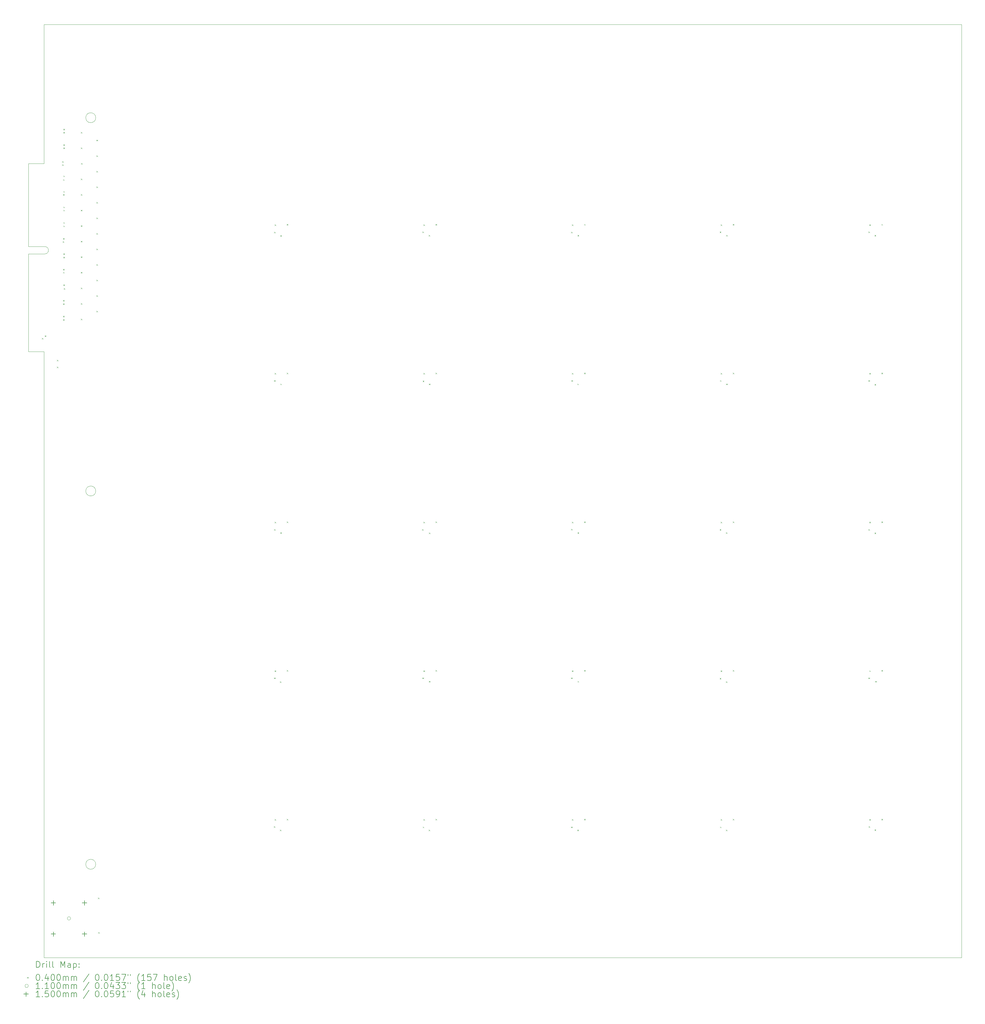
<source format=gbr>
%TF.GenerationSoftware,KiCad,Pcbnew,8.0.2-1*%
%TF.CreationDate,2024-06-03T17:46:54-04:00*%
%TF.ProjectId,Untitled,556e7469-746c-4656-942e-6b696361645f,rev?*%
%TF.SameCoordinates,Original*%
%TF.FileFunction,Drillmap*%
%TF.FilePolarity,Positive*%
%FSLAX45Y45*%
G04 Gerber Fmt 4.5, Leading zero omitted, Abs format (unit mm)*
G04 Created by KiCad (PCBNEW 8.0.2-1) date 2024-06-03 17:46:54*
%MOMM*%
%LPD*%
G01*
G04 APERTURE LIST*
%ADD10C,0.100000*%
%ADD11C,0.120000*%
%ADD12C,0.200000*%
%ADD13C,0.110000*%
%ADD14C,0.150000*%
G04 APERTURE END LIST*
D10*
X7160000Y-30000000D02*
G75*
G02*
X6840000Y-30000000I-160000J0D01*
G01*
X6840000Y-30000000D02*
G75*
G02*
X7160000Y-30000000I160000J0D01*
G01*
X5500000Y-3000000D02*
X5500000Y-7477500D01*
X7160000Y-18000000D02*
G75*
G02*
X6840000Y-18000000I-160000J0D01*
G01*
X6840000Y-18000000D02*
G75*
G02*
X7160000Y-18000000I160000J0D01*
G01*
X35000000Y-3000000D02*
X35000000Y-33000000D01*
X35000000Y-3000000D02*
X5500000Y-3000000D01*
X35000000Y-33000000D02*
X5500000Y-33000000D01*
X7160000Y-6000000D02*
G75*
G02*
X6840000Y-6000000I-160000J0D01*
G01*
X6840000Y-6000000D02*
G75*
G02*
X7160000Y-6000000I160000J0D01*
G01*
X5500000Y-13522500D02*
X5500000Y-33000000D01*
D11*
X5000000Y-7477500D02*
X5000000Y-10140500D01*
X5000000Y-10140500D02*
X5520000Y-10140500D01*
X5000000Y-10380500D02*
X5000000Y-13522500D01*
X5000000Y-13522500D02*
X5500000Y-13522500D01*
X5500000Y-7477500D02*
X5000000Y-7477500D01*
X5520000Y-10380500D02*
X5000000Y-10380500D01*
X5520000Y-10140500D02*
G75*
G02*
X5520000Y-10380500I0J-120000D01*
G01*
D12*
D10*
X5430000Y-13080000D02*
X5470000Y-13120000D01*
X5470000Y-13080000D02*
X5430000Y-13120000D01*
X5520000Y-13000000D02*
X5560000Y-13040000D01*
X5560000Y-13000000D02*
X5520000Y-13040000D01*
X5910000Y-13780000D02*
X5950000Y-13820000D01*
X5950000Y-13780000D02*
X5910000Y-13820000D01*
X5910000Y-14000000D02*
X5950000Y-14040000D01*
X5950000Y-14000000D02*
X5910000Y-14040000D01*
X6080000Y-7400000D02*
X6120000Y-7440000D01*
X6120000Y-7400000D02*
X6080000Y-7440000D01*
X6080000Y-7500000D02*
X6120000Y-7540000D01*
X6120000Y-7500000D02*
X6080000Y-7540000D01*
X6100000Y-9970000D02*
X6140000Y-10010000D01*
X6140000Y-9970000D02*
X6100000Y-10010000D01*
X6110000Y-7980000D02*
X6150000Y-8020000D01*
X6150000Y-7980000D02*
X6110000Y-8020000D01*
X6110000Y-8460000D02*
X6150000Y-8500000D01*
X6150000Y-8460000D02*
X6110000Y-8500000D01*
X6110000Y-9870000D02*
X6150000Y-9910000D01*
X6150000Y-9870000D02*
X6110000Y-9910000D01*
X6110000Y-10860000D02*
X6150000Y-10900000D01*
X6150000Y-10860000D02*
X6110000Y-10900000D01*
X6110000Y-10960000D02*
X6150000Y-11000000D01*
X6150000Y-10960000D02*
X6110000Y-11000000D01*
X6110000Y-11860000D02*
X6150000Y-11900000D01*
X6150000Y-11860000D02*
X6110000Y-11900000D01*
X6110000Y-11970000D02*
X6150000Y-12010000D01*
X6150000Y-11970000D02*
X6110000Y-12010000D01*
X6110000Y-12370000D02*
X6150000Y-12410000D01*
X6150000Y-12370000D02*
X6110000Y-12410000D01*
X6110000Y-12480000D02*
X6150000Y-12520000D01*
X6150000Y-12480000D02*
X6110000Y-12520000D01*
X6120000Y-6360000D02*
X6160000Y-6400000D01*
X6160000Y-6360000D02*
X6120000Y-6400000D01*
X6120000Y-6460000D02*
X6160000Y-6500000D01*
X6160000Y-6460000D02*
X6120000Y-6500000D01*
X6120000Y-6860000D02*
X6160000Y-6900000D01*
X6160000Y-6860000D02*
X6120000Y-6900000D01*
X6120000Y-6960000D02*
X6160000Y-7000000D01*
X6160000Y-6960000D02*
X6120000Y-7000000D01*
X6120000Y-7860000D02*
X6160000Y-7900000D01*
X6160000Y-7860000D02*
X6120000Y-7900000D01*
X6120000Y-8360000D02*
X6160000Y-8400000D01*
X6160000Y-8360000D02*
X6120000Y-8400000D01*
X6120000Y-8860000D02*
X6160000Y-8900000D01*
X6160000Y-8860000D02*
X6120000Y-8900000D01*
X6120000Y-8960000D02*
X6160000Y-9000000D01*
X6160000Y-8960000D02*
X6120000Y-9000000D01*
X6120000Y-9360000D02*
X6160000Y-9400000D01*
X6160000Y-9360000D02*
X6120000Y-9400000D01*
X6120000Y-9470000D02*
X6160000Y-9510000D01*
X6160000Y-9470000D02*
X6120000Y-9510000D01*
X6120000Y-10360000D02*
X6160000Y-10400000D01*
X6160000Y-10360000D02*
X6120000Y-10400000D01*
X6120000Y-10470000D02*
X6160000Y-10510000D01*
X6160000Y-10470000D02*
X6120000Y-10510000D01*
X6120000Y-11360000D02*
X6160000Y-11400000D01*
X6160000Y-11360000D02*
X6120000Y-11400000D01*
X6130000Y-11480000D02*
X6170000Y-11520000D01*
X6170000Y-11480000D02*
X6130000Y-11520000D01*
X6680000Y-6460000D02*
X6720000Y-6500000D01*
X6720000Y-6460000D02*
X6680000Y-6500000D01*
X6680000Y-6960000D02*
X6720000Y-7000000D01*
X6720000Y-6960000D02*
X6680000Y-7000000D01*
X6680000Y-7960000D02*
X6720000Y-8000000D01*
X6720000Y-7960000D02*
X6680000Y-8000000D01*
X6680000Y-8460000D02*
X6720000Y-8500000D01*
X6720000Y-8460000D02*
X6680000Y-8500000D01*
X6680000Y-8960000D02*
X6720000Y-9000000D01*
X6720000Y-8960000D02*
X6680000Y-9000000D01*
X6680000Y-9460000D02*
X6720000Y-9500000D01*
X6720000Y-9460000D02*
X6680000Y-9500000D01*
X6680000Y-9960000D02*
X6720000Y-10000000D01*
X6720000Y-9960000D02*
X6680000Y-10000000D01*
X6680000Y-10460000D02*
X6720000Y-10500000D01*
X6720000Y-10460000D02*
X6680000Y-10500000D01*
X6680000Y-10960000D02*
X6720000Y-11000000D01*
X6720000Y-10960000D02*
X6680000Y-11000000D01*
X6680000Y-11460000D02*
X6720000Y-11500000D01*
X6720000Y-11460000D02*
X6680000Y-11500000D01*
X6680000Y-11960000D02*
X6720000Y-12000000D01*
X6720000Y-11960000D02*
X6680000Y-12000000D01*
X6680000Y-12460000D02*
X6720000Y-12500000D01*
X6720000Y-12460000D02*
X6680000Y-12500000D01*
X6690000Y-7460000D02*
X6730000Y-7500000D01*
X6730000Y-7460000D02*
X6690000Y-7500000D01*
X7180000Y-6710000D02*
X7220000Y-6750000D01*
X7220000Y-6710000D02*
X7180000Y-6750000D01*
X7180000Y-7210000D02*
X7220000Y-7250000D01*
X7220000Y-7210000D02*
X7180000Y-7250000D01*
X7180000Y-7710000D02*
X7220000Y-7750000D01*
X7220000Y-7710000D02*
X7180000Y-7750000D01*
X7180000Y-8210000D02*
X7220000Y-8250000D01*
X7220000Y-8210000D02*
X7180000Y-8250000D01*
X7180000Y-8710000D02*
X7220000Y-8750000D01*
X7220000Y-8710000D02*
X7180000Y-8750000D01*
X7180000Y-9210000D02*
X7220000Y-9250000D01*
X7220000Y-9210000D02*
X7180000Y-9250000D01*
X7180000Y-9710000D02*
X7220000Y-9750000D01*
X7220000Y-9710000D02*
X7180000Y-9750000D01*
X7180000Y-10210000D02*
X7220000Y-10250000D01*
X7220000Y-10210000D02*
X7180000Y-10250000D01*
X7180000Y-10710000D02*
X7220000Y-10750000D01*
X7220000Y-10710000D02*
X7180000Y-10750000D01*
X7180000Y-11210000D02*
X7220000Y-11250000D01*
X7220000Y-11210000D02*
X7180000Y-11250000D01*
X7180000Y-11710000D02*
X7220000Y-11750000D01*
X7220000Y-11710000D02*
X7180000Y-11750000D01*
X7180000Y-12210000D02*
X7220000Y-12250000D01*
X7220000Y-12210000D02*
X7180000Y-12250000D01*
X7230000Y-31070000D02*
X7270000Y-31110000D01*
X7270000Y-31070000D02*
X7230000Y-31110000D01*
X7240000Y-32180000D02*
X7280000Y-32220000D01*
X7280000Y-32180000D02*
X7240000Y-32220000D01*
X12886000Y-28779000D02*
X12926000Y-28819000D01*
X12926000Y-28779000D02*
X12886000Y-28819000D01*
X12896000Y-9669000D02*
X12936000Y-9709000D01*
X12936000Y-9669000D02*
X12896000Y-9709000D01*
X12896000Y-14439000D02*
X12936000Y-14479000D01*
X12936000Y-14439000D02*
X12896000Y-14479000D01*
X12896000Y-19229000D02*
X12936000Y-19269000D01*
X12936000Y-19229000D02*
X12896000Y-19269000D01*
X12896000Y-23999000D02*
X12936000Y-24039000D01*
X12936000Y-23999000D02*
X12896000Y-24039000D01*
X12916000Y-9429000D02*
X12956000Y-9469000D01*
X12956000Y-9429000D02*
X12916000Y-9469000D01*
X12916000Y-14209000D02*
X12956000Y-14249000D01*
X12956000Y-14209000D02*
X12916000Y-14249000D01*
X12916000Y-18989000D02*
X12956000Y-19029000D01*
X12956000Y-18989000D02*
X12916000Y-19029000D01*
X12916000Y-23769000D02*
X12956000Y-23809000D01*
X12956000Y-23769000D02*
X12916000Y-23809000D01*
X12916000Y-28549000D02*
X12956000Y-28589000D01*
X12956000Y-28549000D02*
X12916000Y-28589000D01*
X13086000Y-24119000D02*
X13126000Y-24159000D01*
X13126000Y-24119000D02*
X13086000Y-24159000D01*
X13086000Y-28889000D02*
X13126000Y-28929000D01*
X13126000Y-28889000D02*
X13086000Y-28929000D01*
X13096000Y-9779000D02*
X13136000Y-9819000D01*
X13136000Y-9779000D02*
X13096000Y-9819000D01*
X13096000Y-14549000D02*
X13136000Y-14589000D01*
X13136000Y-14549000D02*
X13096000Y-14589000D01*
X13096000Y-19329000D02*
X13136000Y-19369000D01*
X13136000Y-19329000D02*
X13096000Y-19369000D01*
X13306000Y-9419000D02*
X13346000Y-9459000D01*
X13346000Y-9419000D02*
X13306000Y-9459000D01*
X13306000Y-14199000D02*
X13346000Y-14239000D01*
X13346000Y-14199000D02*
X13306000Y-14239000D01*
X13306000Y-18979000D02*
X13346000Y-19019000D01*
X13346000Y-18979000D02*
X13306000Y-19019000D01*
X13306000Y-23759000D02*
X13346000Y-23799000D01*
X13346000Y-23759000D02*
X13306000Y-23799000D01*
X13306000Y-28539000D02*
X13346000Y-28579000D01*
X13346000Y-28539000D02*
X13306000Y-28579000D01*
X17656000Y-19229000D02*
X17696000Y-19269000D01*
X17696000Y-19229000D02*
X17656000Y-19269000D01*
X17666000Y-9659000D02*
X17706000Y-9699000D01*
X17706000Y-9659000D02*
X17666000Y-9699000D01*
X17666000Y-23999000D02*
X17706000Y-24039000D01*
X17706000Y-23999000D02*
X17666000Y-24039000D01*
X17676000Y-14449000D02*
X17716000Y-14489000D01*
X17716000Y-14449000D02*
X17676000Y-14489000D01*
X17676000Y-28789000D02*
X17716000Y-28829000D01*
X17716000Y-28789000D02*
X17676000Y-28829000D01*
X17696000Y-9429000D02*
X17736000Y-9469000D01*
X17736000Y-9429000D02*
X17696000Y-9469000D01*
X17696000Y-14209000D02*
X17736000Y-14249000D01*
X17736000Y-14209000D02*
X17696000Y-14249000D01*
X17696000Y-18989000D02*
X17736000Y-19029000D01*
X17736000Y-18989000D02*
X17696000Y-19029000D01*
X17696000Y-23769000D02*
X17736000Y-23809000D01*
X17736000Y-23769000D02*
X17696000Y-23809000D01*
X17696000Y-28549000D02*
X17736000Y-28589000D01*
X17736000Y-28549000D02*
X17696000Y-28589000D01*
X17866000Y-9769000D02*
X17906000Y-9809000D01*
X17906000Y-9769000D02*
X17866000Y-9809000D01*
X17866000Y-28889000D02*
X17906000Y-28929000D01*
X17906000Y-28889000D02*
X17866000Y-28929000D01*
X17876000Y-14549000D02*
X17916000Y-14589000D01*
X17916000Y-14549000D02*
X17876000Y-14589000D01*
X17876000Y-19339000D02*
X17916000Y-19379000D01*
X17916000Y-19339000D02*
X17876000Y-19379000D01*
X17876000Y-24109000D02*
X17916000Y-24149000D01*
X17916000Y-24109000D02*
X17876000Y-24149000D01*
X18086000Y-9419000D02*
X18126000Y-9459000D01*
X18126000Y-9419000D02*
X18086000Y-9459000D01*
X18086000Y-14199000D02*
X18126000Y-14239000D01*
X18126000Y-14199000D02*
X18086000Y-14239000D01*
X18086000Y-18979000D02*
X18126000Y-19019000D01*
X18126000Y-18979000D02*
X18086000Y-19019000D01*
X18086000Y-23759000D02*
X18126000Y-23799000D01*
X18126000Y-23759000D02*
X18086000Y-23799000D01*
X18086000Y-28539000D02*
X18126000Y-28579000D01*
X18126000Y-28539000D02*
X18086000Y-28579000D01*
X22446000Y-9669000D02*
X22486000Y-9709000D01*
X22486000Y-9669000D02*
X22446000Y-9709000D01*
X22446000Y-19219000D02*
X22486000Y-19259000D01*
X22486000Y-19219000D02*
X22446000Y-19259000D01*
X22446000Y-23999000D02*
X22486000Y-24039000D01*
X22486000Y-23999000D02*
X22446000Y-24039000D01*
X22446000Y-28789000D02*
X22486000Y-28829000D01*
X22486000Y-28789000D02*
X22446000Y-28829000D01*
X22456000Y-14439000D02*
X22496000Y-14479000D01*
X22496000Y-14439000D02*
X22456000Y-14479000D01*
X22476000Y-9429000D02*
X22516000Y-9469000D01*
X22516000Y-9429000D02*
X22476000Y-9469000D01*
X22476000Y-14209000D02*
X22516000Y-14249000D01*
X22516000Y-14209000D02*
X22476000Y-14249000D01*
X22476000Y-18989000D02*
X22516000Y-19029000D01*
X22516000Y-18989000D02*
X22476000Y-19029000D01*
X22476000Y-23769000D02*
X22516000Y-23809000D01*
X22516000Y-23769000D02*
X22476000Y-23809000D01*
X22476000Y-28549000D02*
X22516000Y-28589000D01*
X22516000Y-28549000D02*
X22476000Y-28589000D01*
X22646000Y-14549000D02*
X22686000Y-14589000D01*
X22686000Y-14549000D02*
X22646000Y-14589000D01*
X22646000Y-28889000D02*
X22686000Y-28929000D01*
X22686000Y-28889000D02*
X22646000Y-28929000D01*
X22656000Y-9769000D02*
X22696000Y-9809000D01*
X22696000Y-9769000D02*
X22656000Y-9809000D01*
X22656000Y-19329000D02*
X22696000Y-19369000D01*
X22696000Y-19329000D02*
X22656000Y-19369000D01*
X22656000Y-24109000D02*
X22696000Y-24149000D01*
X22696000Y-24109000D02*
X22656000Y-24149000D01*
X22866000Y-9419000D02*
X22906000Y-9459000D01*
X22906000Y-9419000D02*
X22866000Y-9459000D01*
X22866000Y-14199000D02*
X22906000Y-14239000D01*
X22906000Y-14199000D02*
X22866000Y-14239000D01*
X22866000Y-18979000D02*
X22906000Y-19019000D01*
X22906000Y-18979000D02*
X22866000Y-19019000D01*
X22866000Y-23759000D02*
X22906000Y-23799000D01*
X22906000Y-23759000D02*
X22866000Y-23799000D01*
X22866000Y-28539000D02*
X22906000Y-28579000D01*
X22906000Y-28539000D02*
X22866000Y-28579000D01*
X27226000Y-9659000D02*
X27266000Y-9699000D01*
X27266000Y-9659000D02*
X27226000Y-9699000D01*
X27226000Y-19229000D02*
X27266000Y-19269000D01*
X27266000Y-19229000D02*
X27226000Y-19269000D01*
X27226000Y-24009000D02*
X27266000Y-24049000D01*
X27266000Y-24009000D02*
X27226000Y-24049000D01*
X27236000Y-14439000D02*
X27276000Y-14479000D01*
X27276000Y-14439000D02*
X27236000Y-14479000D01*
X27236000Y-28789000D02*
X27276000Y-28829000D01*
X27276000Y-28789000D02*
X27236000Y-28829000D01*
X27256000Y-9429000D02*
X27296000Y-9469000D01*
X27296000Y-9429000D02*
X27256000Y-9469000D01*
X27256000Y-14209000D02*
X27296000Y-14249000D01*
X27296000Y-14209000D02*
X27256000Y-14249000D01*
X27256000Y-18989000D02*
X27296000Y-19029000D01*
X27296000Y-18989000D02*
X27256000Y-19029000D01*
X27256000Y-23769000D02*
X27296000Y-23809000D01*
X27296000Y-23769000D02*
X27256000Y-23809000D01*
X27256000Y-28549000D02*
X27296000Y-28589000D01*
X27296000Y-28549000D02*
X27256000Y-28589000D01*
X27426000Y-19329000D02*
X27466000Y-19369000D01*
X27466000Y-19329000D02*
X27426000Y-19369000D01*
X27426000Y-24119000D02*
X27466000Y-24159000D01*
X27466000Y-24119000D02*
X27426000Y-24159000D01*
X27426000Y-28889000D02*
X27466000Y-28929000D01*
X27466000Y-28889000D02*
X27426000Y-28929000D01*
X27436000Y-9769000D02*
X27476000Y-9809000D01*
X27476000Y-9769000D02*
X27436000Y-9809000D01*
X27436000Y-14549000D02*
X27476000Y-14589000D01*
X27476000Y-14549000D02*
X27436000Y-14589000D01*
X27646000Y-9419000D02*
X27686000Y-9459000D01*
X27686000Y-9419000D02*
X27646000Y-9459000D01*
X27646000Y-14199000D02*
X27686000Y-14239000D01*
X27686000Y-14199000D02*
X27646000Y-14239000D01*
X27646000Y-18979000D02*
X27686000Y-19019000D01*
X27686000Y-18979000D02*
X27646000Y-19019000D01*
X27646000Y-23759000D02*
X27686000Y-23799000D01*
X27686000Y-23759000D02*
X27646000Y-23799000D01*
X27646000Y-28539000D02*
X27686000Y-28579000D01*
X27686000Y-28539000D02*
X27646000Y-28579000D01*
X32006000Y-9659000D02*
X32046000Y-9699000D01*
X32046000Y-9659000D02*
X32006000Y-9699000D01*
X32006000Y-14439000D02*
X32046000Y-14479000D01*
X32046000Y-14439000D02*
X32006000Y-14479000D01*
X32006000Y-19229000D02*
X32046000Y-19269000D01*
X32046000Y-19229000D02*
X32006000Y-19269000D01*
X32006000Y-23999000D02*
X32046000Y-24039000D01*
X32046000Y-23999000D02*
X32006000Y-24039000D01*
X32016000Y-28779000D02*
X32056000Y-28819000D01*
X32056000Y-28779000D02*
X32016000Y-28819000D01*
X32036000Y-9429000D02*
X32076000Y-9469000D01*
X32076000Y-9429000D02*
X32036000Y-9469000D01*
X32036000Y-14209000D02*
X32076000Y-14249000D01*
X32076000Y-14209000D02*
X32036000Y-14249000D01*
X32036000Y-18989000D02*
X32076000Y-19029000D01*
X32076000Y-18989000D02*
X32036000Y-19029000D01*
X32036000Y-23769000D02*
X32076000Y-23809000D01*
X32076000Y-23769000D02*
X32036000Y-23809000D01*
X32036000Y-28549000D02*
X32076000Y-28589000D01*
X32076000Y-28549000D02*
X32036000Y-28589000D01*
X32206000Y-9769000D02*
X32246000Y-9809000D01*
X32246000Y-9769000D02*
X32206000Y-9809000D01*
X32206000Y-14559000D02*
X32246000Y-14599000D01*
X32246000Y-14559000D02*
X32206000Y-14599000D01*
X32206000Y-19339000D02*
X32246000Y-19379000D01*
X32246000Y-19339000D02*
X32206000Y-19379000D01*
X32206000Y-28879000D02*
X32246000Y-28919000D01*
X32246000Y-28879000D02*
X32206000Y-28919000D01*
X32226000Y-24109000D02*
X32266000Y-24149000D01*
X32266000Y-24109000D02*
X32226000Y-24149000D01*
X32426000Y-9419000D02*
X32466000Y-9459000D01*
X32466000Y-9419000D02*
X32426000Y-9459000D01*
X32426000Y-14199000D02*
X32466000Y-14239000D01*
X32466000Y-14199000D02*
X32426000Y-14239000D01*
X32426000Y-18979000D02*
X32466000Y-19019000D01*
X32466000Y-18979000D02*
X32426000Y-19019000D01*
X32426000Y-23759000D02*
X32466000Y-23799000D01*
X32466000Y-23759000D02*
X32426000Y-23799000D01*
X32426000Y-28539000D02*
X32466000Y-28579000D01*
X32466000Y-28539000D02*
X32426000Y-28579000D01*
D13*
X6355000Y-31740000D02*
G75*
G02*
X6245000Y-31740000I-55000J0D01*
G01*
X6245000Y-31740000D02*
G75*
G02*
X6355000Y-31740000I55000J0D01*
G01*
D14*
X5797500Y-31162500D02*
X5797500Y-31312500D01*
X5722500Y-31237500D02*
X5872500Y-31237500D01*
X5797500Y-32167500D02*
X5797500Y-32317500D01*
X5722500Y-32242500D02*
X5872500Y-32242500D01*
X6802500Y-31162500D02*
X6802500Y-31312500D01*
X6727500Y-31237500D02*
X6877500Y-31237500D01*
X6802500Y-32167500D02*
X6802500Y-32317500D01*
X6727500Y-32242500D02*
X6877500Y-32242500D01*
D12*
X5254777Y-33316484D02*
X5254777Y-33116484D01*
X5254777Y-33116484D02*
X5302396Y-33116484D01*
X5302396Y-33116484D02*
X5330967Y-33126008D01*
X5330967Y-33126008D02*
X5350015Y-33145055D01*
X5350015Y-33145055D02*
X5359539Y-33164103D01*
X5359539Y-33164103D02*
X5369063Y-33202198D01*
X5369063Y-33202198D02*
X5369063Y-33230769D01*
X5369063Y-33230769D02*
X5359539Y-33268865D01*
X5359539Y-33268865D02*
X5350015Y-33287912D01*
X5350015Y-33287912D02*
X5330967Y-33306960D01*
X5330967Y-33306960D02*
X5302396Y-33316484D01*
X5302396Y-33316484D02*
X5254777Y-33316484D01*
X5454777Y-33316484D02*
X5454777Y-33183150D01*
X5454777Y-33221246D02*
X5464301Y-33202198D01*
X5464301Y-33202198D02*
X5473824Y-33192674D01*
X5473824Y-33192674D02*
X5492872Y-33183150D01*
X5492872Y-33183150D02*
X5511920Y-33183150D01*
X5578586Y-33316484D02*
X5578586Y-33183150D01*
X5578586Y-33116484D02*
X5569063Y-33126008D01*
X5569063Y-33126008D02*
X5578586Y-33135531D01*
X5578586Y-33135531D02*
X5588110Y-33126008D01*
X5588110Y-33126008D02*
X5578586Y-33116484D01*
X5578586Y-33116484D02*
X5578586Y-33135531D01*
X5702396Y-33316484D02*
X5683348Y-33306960D01*
X5683348Y-33306960D02*
X5673824Y-33287912D01*
X5673824Y-33287912D02*
X5673824Y-33116484D01*
X5807158Y-33316484D02*
X5788110Y-33306960D01*
X5788110Y-33306960D02*
X5778586Y-33287912D01*
X5778586Y-33287912D02*
X5778586Y-33116484D01*
X6035729Y-33316484D02*
X6035729Y-33116484D01*
X6035729Y-33116484D02*
X6102396Y-33259341D01*
X6102396Y-33259341D02*
X6169062Y-33116484D01*
X6169062Y-33116484D02*
X6169062Y-33316484D01*
X6350015Y-33316484D02*
X6350015Y-33211722D01*
X6350015Y-33211722D02*
X6340491Y-33192674D01*
X6340491Y-33192674D02*
X6321443Y-33183150D01*
X6321443Y-33183150D02*
X6283348Y-33183150D01*
X6283348Y-33183150D02*
X6264301Y-33192674D01*
X6350015Y-33306960D02*
X6330967Y-33316484D01*
X6330967Y-33316484D02*
X6283348Y-33316484D01*
X6283348Y-33316484D02*
X6264301Y-33306960D01*
X6264301Y-33306960D02*
X6254777Y-33287912D01*
X6254777Y-33287912D02*
X6254777Y-33268865D01*
X6254777Y-33268865D02*
X6264301Y-33249817D01*
X6264301Y-33249817D02*
X6283348Y-33240293D01*
X6283348Y-33240293D02*
X6330967Y-33240293D01*
X6330967Y-33240293D02*
X6350015Y-33230769D01*
X6445253Y-33183150D02*
X6445253Y-33383150D01*
X6445253Y-33192674D02*
X6464301Y-33183150D01*
X6464301Y-33183150D02*
X6502396Y-33183150D01*
X6502396Y-33183150D02*
X6521443Y-33192674D01*
X6521443Y-33192674D02*
X6530967Y-33202198D01*
X6530967Y-33202198D02*
X6540491Y-33221246D01*
X6540491Y-33221246D02*
X6540491Y-33278388D01*
X6540491Y-33278388D02*
X6530967Y-33297436D01*
X6530967Y-33297436D02*
X6521443Y-33306960D01*
X6521443Y-33306960D02*
X6502396Y-33316484D01*
X6502396Y-33316484D02*
X6464301Y-33316484D01*
X6464301Y-33316484D02*
X6445253Y-33306960D01*
X6626205Y-33297436D02*
X6635729Y-33306960D01*
X6635729Y-33306960D02*
X6626205Y-33316484D01*
X6626205Y-33316484D02*
X6616682Y-33306960D01*
X6616682Y-33306960D02*
X6626205Y-33297436D01*
X6626205Y-33297436D02*
X6626205Y-33316484D01*
X6626205Y-33192674D02*
X6635729Y-33202198D01*
X6635729Y-33202198D02*
X6626205Y-33211722D01*
X6626205Y-33211722D02*
X6616682Y-33202198D01*
X6616682Y-33202198D02*
X6626205Y-33192674D01*
X6626205Y-33192674D02*
X6626205Y-33211722D01*
D10*
X4954000Y-33625000D02*
X4994000Y-33665000D01*
X4994000Y-33625000D02*
X4954000Y-33665000D01*
D12*
X5292872Y-33536484D02*
X5311920Y-33536484D01*
X5311920Y-33536484D02*
X5330967Y-33546008D01*
X5330967Y-33546008D02*
X5340491Y-33555531D01*
X5340491Y-33555531D02*
X5350015Y-33574579D01*
X5350015Y-33574579D02*
X5359539Y-33612674D01*
X5359539Y-33612674D02*
X5359539Y-33660293D01*
X5359539Y-33660293D02*
X5350015Y-33698389D01*
X5350015Y-33698389D02*
X5340491Y-33717436D01*
X5340491Y-33717436D02*
X5330967Y-33726960D01*
X5330967Y-33726960D02*
X5311920Y-33736484D01*
X5311920Y-33736484D02*
X5292872Y-33736484D01*
X5292872Y-33736484D02*
X5273824Y-33726960D01*
X5273824Y-33726960D02*
X5264301Y-33717436D01*
X5264301Y-33717436D02*
X5254777Y-33698389D01*
X5254777Y-33698389D02*
X5245253Y-33660293D01*
X5245253Y-33660293D02*
X5245253Y-33612674D01*
X5245253Y-33612674D02*
X5254777Y-33574579D01*
X5254777Y-33574579D02*
X5264301Y-33555531D01*
X5264301Y-33555531D02*
X5273824Y-33546008D01*
X5273824Y-33546008D02*
X5292872Y-33536484D01*
X5445253Y-33717436D02*
X5454777Y-33726960D01*
X5454777Y-33726960D02*
X5445253Y-33736484D01*
X5445253Y-33736484D02*
X5435729Y-33726960D01*
X5435729Y-33726960D02*
X5445253Y-33717436D01*
X5445253Y-33717436D02*
X5445253Y-33736484D01*
X5626205Y-33603150D02*
X5626205Y-33736484D01*
X5578586Y-33526960D02*
X5530967Y-33669817D01*
X5530967Y-33669817D02*
X5654777Y-33669817D01*
X5769062Y-33536484D02*
X5788110Y-33536484D01*
X5788110Y-33536484D02*
X5807158Y-33546008D01*
X5807158Y-33546008D02*
X5816682Y-33555531D01*
X5816682Y-33555531D02*
X5826205Y-33574579D01*
X5826205Y-33574579D02*
X5835729Y-33612674D01*
X5835729Y-33612674D02*
X5835729Y-33660293D01*
X5835729Y-33660293D02*
X5826205Y-33698389D01*
X5826205Y-33698389D02*
X5816682Y-33717436D01*
X5816682Y-33717436D02*
X5807158Y-33726960D01*
X5807158Y-33726960D02*
X5788110Y-33736484D01*
X5788110Y-33736484D02*
X5769062Y-33736484D01*
X5769062Y-33736484D02*
X5750015Y-33726960D01*
X5750015Y-33726960D02*
X5740491Y-33717436D01*
X5740491Y-33717436D02*
X5730967Y-33698389D01*
X5730967Y-33698389D02*
X5721443Y-33660293D01*
X5721443Y-33660293D02*
X5721443Y-33612674D01*
X5721443Y-33612674D02*
X5730967Y-33574579D01*
X5730967Y-33574579D02*
X5740491Y-33555531D01*
X5740491Y-33555531D02*
X5750015Y-33546008D01*
X5750015Y-33546008D02*
X5769062Y-33536484D01*
X5959539Y-33536484D02*
X5978586Y-33536484D01*
X5978586Y-33536484D02*
X5997634Y-33546008D01*
X5997634Y-33546008D02*
X6007158Y-33555531D01*
X6007158Y-33555531D02*
X6016682Y-33574579D01*
X6016682Y-33574579D02*
X6026205Y-33612674D01*
X6026205Y-33612674D02*
X6026205Y-33660293D01*
X6026205Y-33660293D02*
X6016682Y-33698389D01*
X6016682Y-33698389D02*
X6007158Y-33717436D01*
X6007158Y-33717436D02*
X5997634Y-33726960D01*
X5997634Y-33726960D02*
X5978586Y-33736484D01*
X5978586Y-33736484D02*
X5959539Y-33736484D01*
X5959539Y-33736484D02*
X5940491Y-33726960D01*
X5940491Y-33726960D02*
X5930967Y-33717436D01*
X5930967Y-33717436D02*
X5921443Y-33698389D01*
X5921443Y-33698389D02*
X5911920Y-33660293D01*
X5911920Y-33660293D02*
X5911920Y-33612674D01*
X5911920Y-33612674D02*
X5921443Y-33574579D01*
X5921443Y-33574579D02*
X5930967Y-33555531D01*
X5930967Y-33555531D02*
X5940491Y-33546008D01*
X5940491Y-33546008D02*
X5959539Y-33536484D01*
X6111920Y-33736484D02*
X6111920Y-33603150D01*
X6111920Y-33622198D02*
X6121443Y-33612674D01*
X6121443Y-33612674D02*
X6140491Y-33603150D01*
X6140491Y-33603150D02*
X6169063Y-33603150D01*
X6169063Y-33603150D02*
X6188110Y-33612674D01*
X6188110Y-33612674D02*
X6197634Y-33631722D01*
X6197634Y-33631722D02*
X6197634Y-33736484D01*
X6197634Y-33631722D02*
X6207158Y-33612674D01*
X6207158Y-33612674D02*
X6226205Y-33603150D01*
X6226205Y-33603150D02*
X6254777Y-33603150D01*
X6254777Y-33603150D02*
X6273824Y-33612674D01*
X6273824Y-33612674D02*
X6283348Y-33631722D01*
X6283348Y-33631722D02*
X6283348Y-33736484D01*
X6378586Y-33736484D02*
X6378586Y-33603150D01*
X6378586Y-33622198D02*
X6388110Y-33612674D01*
X6388110Y-33612674D02*
X6407158Y-33603150D01*
X6407158Y-33603150D02*
X6435729Y-33603150D01*
X6435729Y-33603150D02*
X6454777Y-33612674D01*
X6454777Y-33612674D02*
X6464301Y-33631722D01*
X6464301Y-33631722D02*
X6464301Y-33736484D01*
X6464301Y-33631722D02*
X6473824Y-33612674D01*
X6473824Y-33612674D02*
X6492872Y-33603150D01*
X6492872Y-33603150D02*
X6521443Y-33603150D01*
X6521443Y-33603150D02*
X6540491Y-33612674D01*
X6540491Y-33612674D02*
X6550015Y-33631722D01*
X6550015Y-33631722D02*
X6550015Y-33736484D01*
X6940491Y-33526960D02*
X6769063Y-33784103D01*
X7197634Y-33536484D02*
X7216682Y-33536484D01*
X7216682Y-33536484D02*
X7235729Y-33546008D01*
X7235729Y-33546008D02*
X7245253Y-33555531D01*
X7245253Y-33555531D02*
X7254777Y-33574579D01*
X7254777Y-33574579D02*
X7264301Y-33612674D01*
X7264301Y-33612674D02*
X7264301Y-33660293D01*
X7264301Y-33660293D02*
X7254777Y-33698389D01*
X7254777Y-33698389D02*
X7245253Y-33717436D01*
X7245253Y-33717436D02*
X7235729Y-33726960D01*
X7235729Y-33726960D02*
X7216682Y-33736484D01*
X7216682Y-33736484D02*
X7197634Y-33736484D01*
X7197634Y-33736484D02*
X7178586Y-33726960D01*
X7178586Y-33726960D02*
X7169063Y-33717436D01*
X7169063Y-33717436D02*
X7159539Y-33698389D01*
X7159539Y-33698389D02*
X7150015Y-33660293D01*
X7150015Y-33660293D02*
X7150015Y-33612674D01*
X7150015Y-33612674D02*
X7159539Y-33574579D01*
X7159539Y-33574579D02*
X7169063Y-33555531D01*
X7169063Y-33555531D02*
X7178586Y-33546008D01*
X7178586Y-33546008D02*
X7197634Y-33536484D01*
X7350015Y-33717436D02*
X7359539Y-33726960D01*
X7359539Y-33726960D02*
X7350015Y-33736484D01*
X7350015Y-33736484D02*
X7340491Y-33726960D01*
X7340491Y-33726960D02*
X7350015Y-33717436D01*
X7350015Y-33717436D02*
X7350015Y-33736484D01*
X7483348Y-33536484D02*
X7502396Y-33536484D01*
X7502396Y-33536484D02*
X7521444Y-33546008D01*
X7521444Y-33546008D02*
X7530967Y-33555531D01*
X7530967Y-33555531D02*
X7540491Y-33574579D01*
X7540491Y-33574579D02*
X7550015Y-33612674D01*
X7550015Y-33612674D02*
X7550015Y-33660293D01*
X7550015Y-33660293D02*
X7540491Y-33698389D01*
X7540491Y-33698389D02*
X7530967Y-33717436D01*
X7530967Y-33717436D02*
X7521444Y-33726960D01*
X7521444Y-33726960D02*
X7502396Y-33736484D01*
X7502396Y-33736484D02*
X7483348Y-33736484D01*
X7483348Y-33736484D02*
X7464301Y-33726960D01*
X7464301Y-33726960D02*
X7454777Y-33717436D01*
X7454777Y-33717436D02*
X7445253Y-33698389D01*
X7445253Y-33698389D02*
X7435729Y-33660293D01*
X7435729Y-33660293D02*
X7435729Y-33612674D01*
X7435729Y-33612674D02*
X7445253Y-33574579D01*
X7445253Y-33574579D02*
X7454777Y-33555531D01*
X7454777Y-33555531D02*
X7464301Y-33546008D01*
X7464301Y-33546008D02*
X7483348Y-33536484D01*
X7740491Y-33736484D02*
X7626206Y-33736484D01*
X7683348Y-33736484D02*
X7683348Y-33536484D01*
X7683348Y-33536484D02*
X7664301Y-33565055D01*
X7664301Y-33565055D02*
X7645253Y-33584103D01*
X7645253Y-33584103D02*
X7626206Y-33593627D01*
X7921444Y-33536484D02*
X7826206Y-33536484D01*
X7826206Y-33536484D02*
X7816682Y-33631722D01*
X7816682Y-33631722D02*
X7826206Y-33622198D01*
X7826206Y-33622198D02*
X7845253Y-33612674D01*
X7845253Y-33612674D02*
X7892872Y-33612674D01*
X7892872Y-33612674D02*
X7911920Y-33622198D01*
X7911920Y-33622198D02*
X7921444Y-33631722D01*
X7921444Y-33631722D02*
X7930967Y-33650770D01*
X7930967Y-33650770D02*
X7930967Y-33698389D01*
X7930967Y-33698389D02*
X7921444Y-33717436D01*
X7921444Y-33717436D02*
X7911920Y-33726960D01*
X7911920Y-33726960D02*
X7892872Y-33736484D01*
X7892872Y-33736484D02*
X7845253Y-33736484D01*
X7845253Y-33736484D02*
X7826206Y-33726960D01*
X7826206Y-33726960D02*
X7816682Y-33717436D01*
X7997634Y-33536484D02*
X8130967Y-33536484D01*
X8130967Y-33536484D02*
X8045253Y-33736484D01*
X8197634Y-33536484D02*
X8197634Y-33574579D01*
X8273825Y-33536484D02*
X8273825Y-33574579D01*
X8569063Y-33812674D02*
X8559539Y-33803150D01*
X8559539Y-33803150D02*
X8540491Y-33774579D01*
X8540491Y-33774579D02*
X8530968Y-33755531D01*
X8530968Y-33755531D02*
X8521444Y-33726960D01*
X8521444Y-33726960D02*
X8511920Y-33679341D01*
X8511920Y-33679341D02*
X8511920Y-33641246D01*
X8511920Y-33641246D02*
X8521444Y-33593627D01*
X8521444Y-33593627D02*
X8530968Y-33565055D01*
X8530968Y-33565055D02*
X8540491Y-33546008D01*
X8540491Y-33546008D02*
X8559539Y-33517436D01*
X8559539Y-33517436D02*
X8569063Y-33507912D01*
X8750015Y-33736484D02*
X8635730Y-33736484D01*
X8692872Y-33736484D02*
X8692872Y-33536484D01*
X8692872Y-33536484D02*
X8673825Y-33565055D01*
X8673825Y-33565055D02*
X8654777Y-33584103D01*
X8654777Y-33584103D02*
X8635730Y-33593627D01*
X8930968Y-33536484D02*
X8835730Y-33536484D01*
X8835730Y-33536484D02*
X8826206Y-33631722D01*
X8826206Y-33631722D02*
X8835730Y-33622198D01*
X8835730Y-33622198D02*
X8854777Y-33612674D01*
X8854777Y-33612674D02*
X8902396Y-33612674D01*
X8902396Y-33612674D02*
X8921444Y-33622198D01*
X8921444Y-33622198D02*
X8930968Y-33631722D01*
X8930968Y-33631722D02*
X8940491Y-33650770D01*
X8940491Y-33650770D02*
X8940491Y-33698389D01*
X8940491Y-33698389D02*
X8930968Y-33717436D01*
X8930968Y-33717436D02*
X8921444Y-33726960D01*
X8921444Y-33726960D02*
X8902396Y-33736484D01*
X8902396Y-33736484D02*
X8854777Y-33736484D01*
X8854777Y-33736484D02*
X8835730Y-33726960D01*
X8835730Y-33726960D02*
X8826206Y-33717436D01*
X9007158Y-33536484D02*
X9140491Y-33536484D01*
X9140491Y-33536484D02*
X9054777Y-33736484D01*
X9369063Y-33736484D02*
X9369063Y-33536484D01*
X9454777Y-33736484D02*
X9454777Y-33631722D01*
X9454777Y-33631722D02*
X9445253Y-33612674D01*
X9445253Y-33612674D02*
X9426206Y-33603150D01*
X9426206Y-33603150D02*
X9397634Y-33603150D01*
X9397634Y-33603150D02*
X9378587Y-33612674D01*
X9378587Y-33612674D02*
X9369063Y-33622198D01*
X9578587Y-33736484D02*
X9559539Y-33726960D01*
X9559539Y-33726960D02*
X9550015Y-33717436D01*
X9550015Y-33717436D02*
X9540492Y-33698389D01*
X9540492Y-33698389D02*
X9540492Y-33641246D01*
X9540492Y-33641246D02*
X9550015Y-33622198D01*
X9550015Y-33622198D02*
X9559539Y-33612674D01*
X9559539Y-33612674D02*
X9578587Y-33603150D01*
X9578587Y-33603150D02*
X9607158Y-33603150D01*
X9607158Y-33603150D02*
X9626206Y-33612674D01*
X9626206Y-33612674D02*
X9635730Y-33622198D01*
X9635730Y-33622198D02*
X9645253Y-33641246D01*
X9645253Y-33641246D02*
X9645253Y-33698389D01*
X9645253Y-33698389D02*
X9635730Y-33717436D01*
X9635730Y-33717436D02*
X9626206Y-33726960D01*
X9626206Y-33726960D02*
X9607158Y-33736484D01*
X9607158Y-33736484D02*
X9578587Y-33736484D01*
X9759539Y-33736484D02*
X9740492Y-33726960D01*
X9740492Y-33726960D02*
X9730968Y-33707912D01*
X9730968Y-33707912D02*
X9730968Y-33536484D01*
X9911920Y-33726960D02*
X9892873Y-33736484D01*
X9892873Y-33736484D02*
X9854777Y-33736484D01*
X9854777Y-33736484D02*
X9835730Y-33726960D01*
X9835730Y-33726960D02*
X9826206Y-33707912D01*
X9826206Y-33707912D02*
X9826206Y-33631722D01*
X9826206Y-33631722D02*
X9835730Y-33612674D01*
X9835730Y-33612674D02*
X9854777Y-33603150D01*
X9854777Y-33603150D02*
X9892873Y-33603150D01*
X9892873Y-33603150D02*
X9911920Y-33612674D01*
X9911920Y-33612674D02*
X9921444Y-33631722D01*
X9921444Y-33631722D02*
X9921444Y-33650770D01*
X9921444Y-33650770D02*
X9826206Y-33669817D01*
X9997634Y-33726960D02*
X10016682Y-33736484D01*
X10016682Y-33736484D02*
X10054777Y-33736484D01*
X10054777Y-33736484D02*
X10073825Y-33726960D01*
X10073825Y-33726960D02*
X10083349Y-33707912D01*
X10083349Y-33707912D02*
X10083349Y-33698389D01*
X10083349Y-33698389D02*
X10073825Y-33679341D01*
X10073825Y-33679341D02*
X10054777Y-33669817D01*
X10054777Y-33669817D02*
X10026206Y-33669817D01*
X10026206Y-33669817D02*
X10007158Y-33660293D01*
X10007158Y-33660293D02*
X9997634Y-33641246D01*
X9997634Y-33641246D02*
X9997634Y-33631722D01*
X9997634Y-33631722D02*
X10007158Y-33612674D01*
X10007158Y-33612674D02*
X10026206Y-33603150D01*
X10026206Y-33603150D02*
X10054777Y-33603150D01*
X10054777Y-33603150D02*
X10073825Y-33612674D01*
X10150015Y-33812674D02*
X10159539Y-33803150D01*
X10159539Y-33803150D02*
X10178587Y-33774579D01*
X10178587Y-33774579D02*
X10188111Y-33755531D01*
X10188111Y-33755531D02*
X10197634Y-33726960D01*
X10197634Y-33726960D02*
X10207158Y-33679341D01*
X10207158Y-33679341D02*
X10207158Y-33641246D01*
X10207158Y-33641246D02*
X10197634Y-33593627D01*
X10197634Y-33593627D02*
X10188111Y-33565055D01*
X10188111Y-33565055D02*
X10178587Y-33546008D01*
X10178587Y-33546008D02*
X10159539Y-33517436D01*
X10159539Y-33517436D02*
X10150015Y-33507912D01*
D13*
X4994000Y-33909000D02*
G75*
G02*
X4884000Y-33909000I-55000J0D01*
G01*
X4884000Y-33909000D02*
G75*
G02*
X4994000Y-33909000I55000J0D01*
G01*
D12*
X5359539Y-34000484D02*
X5245253Y-34000484D01*
X5302396Y-34000484D02*
X5302396Y-33800484D01*
X5302396Y-33800484D02*
X5283348Y-33829055D01*
X5283348Y-33829055D02*
X5264301Y-33848103D01*
X5264301Y-33848103D02*
X5245253Y-33857627D01*
X5445253Y-33981436D02*
X5454777Y-33990960D01*
X5454777Y-33990960D02*
X5445253Y-34000484D01*
X5445253Y-34000484D02*
X5435729Y-33990960D01*
X5435729Y-33990960D02*
X5445253Y-33981436D01*
X5445253Y-33981436D02*
X5445253Y-34000484D01*
X5645253Y-34000484D02*
X5530967Y-34000484D01*
X5588110Y-34000484D02*
X5588110Y-33800484D01*
X5588110Y-33800484D02*
X5569063Y-33829055D01*
X5569063Y-33829055D02*
X5550015Y-33848103D01*
X5550015Y-33848103D02*
X5530967Y-33857627D01*
X5769062Y-33800484D02*
X5788110Y-33800484D01*
X5788110Y-33800484D02*
X5807158Y-33810008D01*
X5807158Y-33810008D02*
X5816682Y-33819531D01*
X5816682Y-33819531D02*
X5826205Y-33838579D01*
X5826205Y-33838579D02*
X5835729Y-33876674D01*
X5835729Y-33876674D02*
X5835729Y-33924293D01*
X5835729Y-33924293D02*
X5826205Y-33962389D01*
X5826205Y-33962389D02*
X5816682Y-33981436D01*
X5816682Y-33981436D02*
X5807158Y-33990960D01*
X5807158Y-33990960D02*
X5788110Y-34000484D01*
X5788110Y-34000484D02*
X5769062Y-34000484D01*
X5769062Y-34000484D02*
X5750015Y-33990960D01*
X5750015Y-33990960D02*
X5740491Y-33981436D01*
X5740491Y-33981436D02*
X5730967Y-33962389D01*
X5730967Y-33962389D02*
X5721443Y-33924293D01*
X5721443Y-33924293D02*
X5721443Y-33876674D01*
X5721443Y-33876674D02*
X5730967Y-33838579D01*
X5730967Y-33838579D02*
X5740491Y-33819531D01*
X5740491Y-33819531D02*
X5750015Y-33810008D01*
X5750015Y-33810008D02*
X5769062Y-33800484D01*
X5959539Y-33800484D02*
X5978586Y-33800484D01*
X5978586Y-33800484D02*
X5997634Y-33810008D01*
X5997634Y-33810008D02*
X6007158Y-33819531D01*
X6007158Y-33819531D02*
X6016682Y-33838579D01*
X6016682Y-33838579D02*
X6026205Y-33876674D01*
X6026205Y-33876674D02*
X6026205Y-33924293D01*
X6026205Y-33924293D02*
X6016682Y-33962389D01*
X6016682Y-33962389D02*
X6007158Y-33981436D01*
X6007158Y-33981436D02*
X5997634Y-33990960D01*
X5997634Y-33990960D02*
X5978586Y-34000484D01*
X5978586Y-34000484D02*
X5959539Y-34000484D01*
X5959539Y-34000484D02*
X5940491Y-33990960D01*
X5940491Y-33990960D02*
X5930967Y-33981436D01*
X5930967Y-33981436D02*
X5921443Y-33962389D01*
X5921443Y-33962389D02*
X5911920Y-33924293D01*
X5911920Y-33924293D02*
X5911920Y-33876674D01*
X5911920Y-33876674D02*
X5921443Y-33838579D01*
X5921443Y-33838579D02*
X5930967Y-33819531D01*
X5930967Y-33819531D02*
X5940491Y-33810008D01*
X5940491Y-33810008D02*
X5959539Y-33800484D01*
X6111920Y-34000484D02*
X6111920Y-33867150D01*
X6111920Y-33886198D02*
X6121443Y-33876674D01*
X6121443Y-33876674D02*
X6140491Y-33867150D01*
X6140491Y-33867150D02*
X6169063Y-33867150D01*
X6169063Y-33867150D02*
X6188110Y-33876674D01*
X6188110Y-33876674D02*
X6197634Y-33895722D01*
X6197634Y-33895722D02*
X6197634Y-34000484D01*
X6197634Y-33895722D02*
X6207158Y-33876674D01*
X6207158Y-33876674D02*
X6226205Y-33867150D01*
X6226205Y-33867150D02*
X6254777Y-33867150D01*
X6254777Y-33867150D02*
X6273824Y-33876674D01*
X6273824Y-33876674D02*
X6283348Y-33895722D01*
X6283348Y-33895722D02*
X6283348Y-34000484D01*
X6378586Y-34000484D02*
X6378586Y-33867150D01*
X6378586Y-33886198D02*
X6388110Y-33876674D01*
X6388110Y-33876674D02*
X6407158Y-33867150D01*
X6407158Y-33867150D02*
X6435729Y-33867150D01*
X6435729Y-33867150D02*
X6454777Y-33876674D01*
X6454777Y-33876674D02*
X6464301Y-33895722D01*
X6464301Y-33895722D02*
X6464301Y-34000484D01*
X6464301Y-33895722D02*
X6473824Y-33876674D01*
X6473824Y-33876674D02*
X6492872Y-33867150D01*
X6492872Y-33867150D02*
X6521443Y-33867150D01*
X6521443Y-33867150D02*
X6540491Y-33876674D01*
X6540491Y-33876674D02*
X6550015Y-33895722D01*
X6550015Y-33895722D02*
X6550015Y-34000484D01*
X6940491Y-33790960D02*
X6769063Y-34048103D01*
X7197634Y-33800484D02*
X7216682Y-33800484D01*
X7216682Y-33800484D02*
X7235729Y-33810008D01*
X7235729Y-33810008D02*
X7245253Y-33819531D01*
X7245253Y-33819531D02*
X7254777Y-33838579D01*
X7254777Y-33838579D02*
X7264301Y-33876674D01*
X7264301Y-33876674D02*
X7264301Y-33924293D01*
X7264301Y-33924293D02*
X7254777Y-33962389D01*
X7254777Y-33962389D02*
X7245253Y-33981436D01*
X7245253Y-33981436D02*
X7235729Y-33990960D01*
X7235729Y-33990960D02*
X7216682Y-34000484D01*
X7216682Y-34000484D02*
X7197634Y-34000484D01*
X7197634Y-34000484D02*
X7178586Y-33990960D01*
X7178586Y-33990960D02*
X7169063Y-33981436D01*
X7169063Y-33981436D02*
X7159539Y-33962389D01*
X7159539Y-33962389D02*
X7150015Y-33924293D01*
X7150015Y-33924293D02*
X7150015Y-33876674D01*
X7150015Y-33876674D02*
X7159539Y-33838579D01*
X7159539Y-33838579D02*
X7169063Y-33819531D01*
X7169063Y-33819531D02*
X7178586Y-33810008D01*
X7178586Y-33810008D02*
X7197634Y-33800484D01*
X7350015Y-33981436D02*
X7359539Y-33990960D01*
X7359539Y-33990960D02*
X7350015Y-34000484D01*
X7350015Y-34000484D02*
X7340491Y-33990960D01*
X7340491Y-33990960D02*
X7350015Y-33981436D01*
X7350015Y-33981436D02*
X7350015Y-34000484D01*
X7483348Y-33800484D02*
X7502396Y-33800484D01*
X7502396Y-33800484D02*
X7521444Y-33810008D01*
X7521444Y-33810008D02*
X7530967Y-33819531D01*
X7530967Y-33819531D02*
X7540491Y-33838579D01*
X7540491Y-33838579D02*
X7550015Y-33876674D01*
X7550015Y-33876674D02*
X7550015Y-33924293D01*
X7550015Y-33924293D02*
X7540491Y-33962389D01*
X7540491Y-33962389D02*
X7530967Y-33981436D01*
X7530967Y-33981436D02*
X7521444Y-33990960D01*
X7521444Y-33990960D02*
X7502396Y-34000484D01*
X7502396Y-34000484D02*
X7483348Y-34000484D01*
X7483348Y-34000484D02*
X7464301Y-33990960D01*
X7464301Y-33990960D02*
X7454777Y-33981436D01*
X7454777Y-33981436D02*
X7445253Y-33962389D01*
X7445253Y-33962389D02*
X7435729Y-33924293D01*
X7435729Y-33924293D02*
X7435729Y-33876674D01*
X7435729Y-33876674D02*
X7445253Y-33838579D01*
X7445253Y-33838579D02*
X7454777Y-33819531D01*
X7454777Y-33819531D02*
X7464301Y-33810008D01*
X7464301Y-33810008D02*
X7483348Y-33800484D01*
X7721444Y-33867150D02*
X7721444Y-34000484D01*
X7673825Y-33790960D02*
X7626206Y-33933817D01*
X7626206Y-33933817D02*
X7750015Y-33933817D01*
X7807158Y-33800484D02*
X7930967Y-33800484D01*
X7930967Y-33800484D02*
X7864301Y-33876674D01*
X7864301Y-33876674D02*
X7892872Y-33876674D01*
X7892872Y-33876674D02*
X7911920Y-33886198D01*
X7911920Y-33886198D02*
X7921444Y-33895722D01*
X7921444Y-33895722D02*
X7930967Y-33914770D01*
X7930967Y-33914770D02*
X7930967Y-33962389D01*
X7930967Y-33962389D02*
X7921444Y-33981436D01*
X7921444Y-33981436D02*
X7911920Y-33990960D01*
X7911920Y-33990960D02*
X7892872Y-34000484D01*
X7892872Y-34000484D02*
X7835729Y-34000484D01*
X7835729Y-34000484D02*
X7816682Y-33990960D01*
X7816682Y-33990960D02*
X7807158Y-33981436D01*
X7997634Y-33800484D02*
X8121444Y-33800484D01*
X8121444Y-33800484D02*
X8054777Y-33876674D01*
X8054777Y-33876674D02*
X8083348Y-33876674D01*
X8083348Y-33876674D02*
X8102396Y-33886198D01*
X8102396Y-33886198D02*
X8111920Y-33895722D01*
X8111920Y-33895722D02*
X8121444Y-33914770D01*
X8121444Y-33914770D02*
X8121444Y-33962389D01*
X8121444Y-33962389D02*
X8111920Y-33981436D01*
X8111920Y-33981436D02*
X8102396Y-33990960D01*
X8102396Y-33990960D02*
X8083348Y-34000484D01*
X8083348Y-34000484D02*
X8026206Y-34000484D01*
X8026206Y-34000484D02*
X8007158Y-33990960D01*
X8007158Y-33990960D02*
X7997634Y-33981436D01*
X8197634Y-33800484D02*
X8197634Y-33838579D01*
X8273825Y-33800484D02*
X8273825Y-33838579D01*
X8569063Y-34076674D02*
X8559539Y-34067150D01*
X8559539Y-34067150D02*
X8540491Y-34038579D01*
X8540491Y-34038579D02*
X8530968Y-34019531D01*
X8530968Y-34019531D02*
X8521444Y-33990960D01*
X8521444Y-33990960D02*
X8511920Y-33943341D01*
X8511920Y-33943341D02*
X8511920Y-33905246D01*
X8511920Y-33905246D02*
X8521444Y-33857627D01*
X8521444Y-33857627D02*
X8530968Y-33829055D01*
X8530968Y-33829055D02*
X8540491Y-33810008D01*
X8540491Y-33810008D02*
X8559539Y-33781436D01*
X8559539Y-33781436D02*
X8569063Y-33771912D01*
X8750015Y-34000484D02*
X8635730Y-34000484D01*
X8692872Y-34000484D02*
X8692872Y-33800484D01*
X8692872Y-33800484D02*
X8673825Y-33829055D01*
X8673825Y-33829055D02*
X8654777Y-33848103D01*
X8654777Y-33848103D02*
X8635730Y-33857627D01*
X8988111Y-34000484D02*
X8988111Y-33800484D01*
X9073825Y-34000484D02*
X9073825Y-33895722D01*
X9073825Y-33895722D02*
X9064301Y-33876674D01*
X9064301Y-33876674D02*
X9045253Y-33867150D01*
X9045253Y-33867150D02*
X9016682Y-33867150D01*
X9016682Y-33867150D02*
X8997634Y-33876674D01*
X8997634Y-33876674D02*
X8988111Y-33886198D01*
X9197634Y-34000484D02*
X9178587Y-33990960D01*
X9178587Y-33990960D02*
X9169063Y-33981436D01*
X9169063Y-33981436D02*
X9159539Y-33962389D01*
X9159539Y-33962389D02*
X9159539Y-33905246D01*
X9159539Y-33905246D02*
X9169063Y-33886198D01*
X9169063Y-33886198D02*
X9178587Y-33876674D01*
X9178587Y-33876674D02*
X9197634Y-33867150D01*
X9197634Y-33867150D02*
X9226206Y-33867150D01*
X9226206Y-33867150D02*
X9245253Y-33876674D01*
X9245253Y-33876674D02*
X9254777Y-33886198D01*
X9254777Y-33886198D02*
X9264301Y-33905246D01*
X9264301Y-33905246D02*
X9264301Y-33962389D01*
X9264301Y-33962389D02*
X9254777Y-33981436D01*
X9254777Y-33981436D02*
X9245253Y-33990960D01*
X9245253Y-33990960D02*
X9226206Y-34000484D01*
X9226206Y-34000484D02*
X9197634Y-34000484D01*
X9378587Y-34000484D02*
X9359539Y-33990960D01*
X9359539Y-33990960D02*
X9350015Y-33971912D01*
X9350015Y-33971912D02*
X9350015Y-33800484D01*
X9530968Y-33990960D02*
X9511920Y-34000484D01*
X9511920Y-34000484D02*
X9473825Y-34000484D01*
X9473825Y-34000484D02*
X9454777Y-33990960D01*
X9454777Y-33990960D02*
X9445253Y-33971912D01*
X9445253Y-33971912D02*
X9445253Y-33895722D01*
X9445253Y-33895722D02*
X9454777Y-33876674D01*
X9454777Y-33876674D02*
X9473825Y-33867150D01*
X9473825Y-33867150D02*
X9511920Y-33867150D01*
X9511920Y-33867150D02*
X9530968Y-33876674D01*
X9530968Y-33876674D02*
X9540492Y-33895722D01*
X9540492Y-33895722D02*
X9540492Y-33914770D01*
X9540492Y-33914770D02*
X9445253Y-33933817D01*
X9607158Y-34076674D02*
X9616682Y-34067150D01*
X9616682Y-34067150D02*
X9635730Y-34038579D01*
X9635730Y-34038579D02*
X9645253Y-34019531D01*
X9645253Y-34019531D02*
X9654777Y-33990960D01*
X9654777Y-33990960D02*
X9664301Y-33943341D01*
X9664301Y-33943341D02*
X9664301Y-33905246D01*
X9664301Y-33905246D02*
X9654777Y-33857627D01*
X9654777Y-33857627D02*
X9645253Y-33829055D01*
X9645253Y-33829055D02*
X9635730Y-33810008D01*
X9635730Y-33810008D02*
X9616682Y-33781436D01*
X9616682Y-33781436D02*
X9607158Y-33771912D01*
D14*
X4919000Y-34098000D02*
X4919000Y-34248000D01*
X4844000Y-34173000D02*
X4994000Y-34173000D01*
D12*
X5359539Y-34264484D02*
X5245253Y-34264484D01*
X5302396Y-34264484D02*
X5302396Y-34064484D01*
X5302396Y-34064484D02*
X5283348Y-34093055D01*
X5283348Y-34093055D02*
X5264301Y-34112103D01*
X5264301Y-34112103D02*
X5245253Y-34121627D01*
X5445253Y-34245436D02*
X5454777Y-34254960D01*
X5454777Y-34254960D02*
X5445253Y-34264484D01*
X5445253Y-34264484D02*
X5435729Y-34254960D01*
X5435729Y-34254960D02*
X5445253Y-34245436D01*
X5445253Y-34245436D02*
X5445253Y-34264484D01*
X5635729Y-34064484D02*
X5540491Y-34064484D01*
X5540491Y-34064484D02*
X5530967Y-34159722D01*
X5530967Y-34159722D02*
X5540491Y-34150198D01*
X5540491Y-34150198D02*
X5559539Y-34140674D01*
X5559539Y-34140674D02*
X5607158Y-34140674D01*
X5607158Y-34140674D02*
X5626205Y-34150198D01*
X5626205Y-34150198D02*
X5635729Y-34159722D01*
X5635729Y-34159722D02*
X5645253Y-34178770D01*
X5645253Y-34178770D02*
X5645253Y-34226389D01*
X5645253Y-34226389D02*
X5635729Y-34245436D01*
X5635729Y-34245436D02*
X5626205Y-34254960D01*
X5626205Y-34254960D02*
X5607158Y-34264484D01*
X5607158Y-34264484D02*
X5559539Y-34264484D01*
X5559539Y-34264484D02*
X5540491Y-34254960D01*
X5540491Y-34254960D02*
X5530967Y-34245436D01*
X5769062Y-34064484D02*
X5788110Y-34064484D01*
X5788110Y-34064484D02*
X5807158Y-34074008D01*
X5807158Y-34074008D02*
X5816682Y-34083531D01*
X5816682Y-34083531D02*
X5826205Y-34102579D01*
X5826205Y-34102579D02*
X5835729Y-34140674D01*
X5835729Y-34140674D02*
X5835729Y-34188293D01*
X5835729Y-34188293D02*
X5826205Y-34226389D01*
X5826205Y-34226389D02*
X5816682Y-34245436D01*
X5816682Y-34245436D02*
X5807158Y-34254960D01*
X5807158Y-34254960D02*
X5788110Y-34264484D01*
X5788110Y-34264484D02*
X5769062Y-34264484D01*
X5769062Y-34264484D02*
X5750015Y-34254960D01*
X5750015Y-34254960D02*
X5740491Y-34245436D01*
X5740491Y-34245436D02*
X5730967Y-34226389D01*
X5730967Y-34226389D02*
X5721443Y-34188293D01*
X5721443Y-34188293D02*
X5721443Y-34140674D01*
X5721443Y-34140674D02*
X5730967Y-34102579D01*
X5730967Y-34102579D02*
X5740491Y-34083531D01*
X5740491Y-34083531D02*
X5750015Y-34074008D01*
X5750015Y-34074008D02*
X5769062Y-34064484D01*
X5959539Y-34064484D02*
X5978586Y-34064484D01*
X5978586Y-34064484D02*
X5997634Y-34074008D01*
X5997634Y-34074008D02*
X6007158Y-34083531D01*
X6007158Y-34083531D02*
X6016682Y-34102579D01*
X6016682Y-34102579D02*
X6026205Y-34140674D01*
X6026205Y-34140674D02*
X6026205Y-34188293D01*
X6026205Y-34188293D02*
X6016682Y-34226389D01*
X6016682Y-34226389D02*
X6007158Y-34245436D01*
X6007158Y-34245436D02*
X5997634Y-34254960D01*
X5997634Y-34254960D02*
X5978586Y-34264484D01*
X5978586Y-34264484D02*
X5959539Y-34264484D01*
X5959539Y-34264484D02*
X5940491Y-34254960D01*
X5940491Y-34254960D02*
X5930967Y-34245436D01*
X5930967Y-34245436D02*
X5921443Y-34226389D01*
X5921443Y-34226389D02*
X5911920Y-34188293D01*
X5911920Y-34188293D02*
X5911920Y-34140674D01*
X5911920Y-34140674D02*
X5921443Y-34102579D01*
X5921443Y-34102579D02*
X5930967Y-34083531D01*
X5930967Y-34083531D02*
X5940491Y-34074008D01*
X5940491Y-34074008D02*
X5959539Y-34064484D01*
X6111920Y-34264484D02*
X6111920Y-34131150D01*
X6111920Y-34150198D02*
X6121443Y-34140674D01*
X6121443Y-34140674D02*
X6140491Y-34131150D01*
X6140491Y-34131150D02*
X6169063Y-34131150D01*
X6169063Y-34131150D02*
X6188110Y-34140674D01*
X6188110Y-34140674D02*
X6197634Y-34159722D01*
X6197634Y-34159722D02*
X6197634Y-34264484D01*
X6197634Y-34159722D02*
X6207158Y-34140674D01*
X6207158Y-34140674D02*
X6226205Y-34131150D01*
X6226205Y-34131150D02*
X6254777Y-34131150D01*
X6254777Y-34131150D02*
X6273824Y-34140674D01*
X6273824Y-34140674D02*
X6283348Y-34159722D01*
X6283348Y-34159722D02*
X6283348Y-34264484D01*
X6378586Y-34264484D02*
X6378586Y-34131150D01*
X6378586Y-34150198D02*
X6388110Y-34140674D01*
X6388110Y-34140674D02*
X6407158Y-34131150D01*
X6407158Y-34131150D02*
X6435729Y-34131150D01*
X6435729Y-34131150D02*
X6454777Y-34140674D01*
X6454777Y-34140674D02*
X6464301Y-34159722D01*
X6464301Y-34159722D02*
X6464301Y-34264484D01*
X6464301Y-34159722D02*
X6473824Y-34140674D01*
X6473824Y-34140674D02*
X6492872Y-34131150D01*
X6492872Y-34131150D02*
X6521443Y-34131150D01*
X6521443Y-34131150D02*
X6540491Y-34140674D01*
X6540491Y-34140674D02*
X6550015Y-34159722D01*
X6550015Y-34159722D02*
X6550015Y-34264484D01*
X6940491Y-34054960D02*
X6769063Y-34312103D01*
X7197634Y-34064484D02*
X7216682Y-34064484D01*
X7216682Y-34064484D02*
X7235729Y-34074008D01*
X7235729Y-34074008D02*
X7245253Y-34083531D01*
X7245253Y-34083531D02*
X7254777Y-34102579D01*
X7254777Y-34102579D02*
X7264301Y-34140674D01*
X7264301Y-34140674D02*
X7264301Y-34188293D01*
X7264301Y-34188293D02*
X7254777Y-34226389D01*
X7254777Y-34226389D02*
X7245253Y-34245436D01*
X7245253Y-34245436D02*
X7235729Y-34254960D01*
X7235729Y-34254960D02*
X7216682Y-34264484D01*
X7216682Y-34264484D02*
X7197634Y-34264484D01*
X7197634Y-34264484D02*
X7178586Y-34254960D01*
X7178586Y-34254960D02*
X7169063Y-34245436D01*
X7169063Y-34245436D02*
X7159539Y-34226389D01*
X7159539Y-34226389D02*
X7150015Y-34188293D01*
X7150015Y-34188293D02*
X7150015Y-34140674D01*
X7150015Y-34140674D02*
X7159539Y-34102579D01*
X7159539Y-34102579D02*
X7169063Y-34083531D01*
X7169063Y-34083531D02*
X7178586Y-34074008D01*
X7178586Y-34074008D02*
X7197634Y-34064484D01*
X7350015Y-34245436D02*
X7359539Y-34254960D01*
X7359539Y-34254960D02*
X7350015Y-34264484D01*
X7350015Y-34264484D02*
X7340491Y-34254960D01*
X7340491Y-34254960D02*
X7350015Y-34245436D01*
X7350015Y-34245436D02*
X7350015Y-34264484D01*
X7483348Y-34064484D02*
X7502396Y-34064484D01*
X7502396Y-34064484D02*
X7521444Y-34074008D01*
X7521444Y-34074008D02*
X7530967Y-34083531D01*
X7530967Y-34083531D02*
X7540491Y-34102579D01*
X7540491Y-34102579D02*
X7550015Y-34140674D01*
X7550015Y-34140674D02*
X7550015Y-34188293D01*
X7550015Y-34188293D02*
X7540491Y-34226389D01*
X7540491Y-34226389D02*
X7530967Y-34245436D01*
X7530967Y-34245436D02*
X7521444Y-34254960D01*
X7521444Y-34254960D02*
X7502396Y-34264484D01*
X7502396Y-34264484D02*
X7483348Y-34264484D01*
X7483348Y-34264484D02*
X7464301Y-34254960D01*
X7464301Y-34254960D02*
X7454777Y-34245436D01*
X7454777Y-34245436D02*
X7445253Y-34226389D01*
X7445253Y-34226389D02*
X7435729Y-34188293D01*
X7435729Y-34188293D02*
X7435729Y-34140674D01*
X7435729Y-34140674D02*
X7445253Y-34102579D01*
X7445253Y-34102579D02*
X7454777Y-34083531D01*
X7454777Y-34083531D02*
X7464301Y-34074008D01*
X7464301Y-34074008D02*
X7483348Y-34064484D01*
X7730967Y-34064484D02*
X7635729Y-34064484D01*
X7635729Y-34064484D02*
X7626206Y-34159722D01*
X7626206Y-34159722D02*
X7635729Y-34150198D01*
X7635729Y-34150198D02*
X7654777Y-34140674D01*
X7654777Y-34140674D02*
X7702396Y-34140674D01*
X7702396Y-34140674D02*
X7721444Y-34150198D01*
X7721444Y-34150198D02*
X7730967Y-34159722D01*
X7730967Y-34159722D02*
X7740491Y-34178770D01*
X7740491Y-34178770D02*
X7740491Y-34226389D01*
X7740491Y-34226389D02*
X7730967Y-34245436D01*
X7730967Y-34245436D02*
X7721444Y-34254960D01*
X7721444Y-34254960D02*
X7702396Y-34264484D01*
X7702396Y-34264484D02*
X7654777Y-34264484D01*
X7654777Y-34264484D02*
X7635729Y-34254960D01*
X7635729Y-34254960D02*
X7626206Y-34245436D01*
X7835729Y-34264484D02*
X7873825Y-34264484D01*
X7873825Y-34264484D02*
X7892872Y-34254960D01*
X7892872Y-34254960D02*
X7902396Y-34245436D01*
X7902396Y-34245436D02*
X7921444Y-34216865D01*
X7921444Y-34216865D02*
X7930967Y-34178770D01*
X7930967Y-34178770D02*
X7930967Y-34102579D01*
X7930967Y-34102579D02*
X7921444Y-34083531D01*
X7921444Y-34083531D02*
X7911920Y-34074008D01*
X7911920Y-34074008D02*
X7892872Y-34064484D01*
X7892872Y-34064484D02*
X7854777Y-34064484D01*
X7854777Y-34064484D02*
X7835729Y-34074008D01*
X7835729Y-34074008D02*
X7826206Y-34083531D01*
X7826206Y-34083531D02*
X7816682Y-34102579D01*
X7816682Y-34102579D02*
X7816682Y-34150198D01*
X7816682Y-34150198D02*
X7826206Y-34169246D01*
X7826206Y-34169246D02*
X7835729Y-34178770D01*
X7835729Y-34178770D02*
X7854777Y-34188293D01*
X7854777Y-34188293D02*
X7892872Y-34188293D01*
X7892872Y-34188293D02*
X7911920Y-34178770D01*
X7911920Y-34178770D02*
X7921444Y-34169246D01*
X7921444Y-34169246D02*
X7930967Y-34150198D01*
X8121444Y-34264484D02*
X8007158Y-34264484D01*
X8064301Y-34264484D02*
X8064301Y-34064484D01*
X8064301Y-34064484D02*
X8045253Y-34093055D01*
X8045253Y-34093055D02*
X8026206Y-34112103D01*
X8026206Y-34112103D02*
X8007158Y-34121627D01*
X8197634Y-34064484D02*
X8197634Y-34102579D01*
X8273825Y-34064484D02*
X8273825Y-34102579D01*
X8569063Y-34340674D02*
X8559539Y-34331150D01*
X8559539Y-34331150D02*
X8540491Y-34302579D01*
X8540491Y-34302579D02*
X8530968Y-34283531D01*
X8530968Y-34283531D02*
X8521444Y-34254960D01*
X8521444Y-34254960D02*
X8511920Y-34207341D01*
X8511920Y-34207341D02*
X8511920Y-34169246D01*
X8511920Y-34169246D02*
X8521444Y-34121627D01*
X8521444Y-34121627D02*
X8530968Y-34093055D01*
X8530968Y-34093055D02*
X8540491Y-34074008D01*
X8540491Y-34074008D02*
X8559539Y-34045436D01*
X8559539Y-34045436D02*
X8569063Y-34035912D01*
X8730968Y-34131150D02*
X8730968Y-34264484D01*
X8683349Y-34054960D02*
X8635730Y-34197817D01*
X8635730Y-34197817D02*
X8759539Y-34197817D01*
X8988111Y-34264484D02*
X8988111Y-34064484D01*
X9073825Y-34264484D02*
X9073825Y-34159722D01*
X9073825Y-34159722D02*
X9064301Y-34140674D01*
X9064301Y-34140674D02*
X9045253Y-34131150D01*
X9045253Y-34131150D02*
X9016682Y-34131150D01*
X9016682Y-34131150D02*
X8997634Y-34140674D01*
X8997634Y-34140674D02*
X8988111Y-34150198D01*
X9197634Y-34264484D02*
X9178587Y-34254960D01*
X9178587Y-34254960D02*
X9169063Y-34245436D01*
X9169063Y-34245436D02*
X9159539Y-34226389D01*
X9159539Y-34226389D02*
X9159539Y-34169246D01*
X9159539Y-34169246D02*
X9169063Y-34150198D01*
X9169063Y-34150198D02*
X9178587Y-34140674D01*
X9178587Y-34140674D02*
X9197634Y-34131150D01*
X9197634Y-34131150D02*
X9226206Y-34131150D01*
X9226206Y-34131150D02*
X9245253Y-34140674D01*
X9245253Y-34140674D02*
X9254777Y-34150198D01*
X9254777Y-34150198D02*
X9264301Y-34169246D01*
X9264301Y-34169246D02*
X9264301Y-34226389D01*
X9264301Y-34226389D02*
X9254777Y-34245436D01*
X9254777Y-34245436D02*
X9245253Y-34254960D01*
X9245253Y-34254960D02*
X9226206Y-34264484D01*
X9226206Y-34264484D02*
X9197634Y-34264484D01*
X9378587Y-34264484D02*
X9359539Y-34254960D01*
X9359539Y-34254960D02*
X9350015Y-34235912D01*
X9350015Y-34235912D02*
X9350015Y-34064484D01*
X9530968Y-34254960D02*
X9511920Y-34264484D01*
X9511920Y-34264484D02*
X9473825Y-34264484D01*
X9473825Y-34264484D02*
X9454777Y-34254960D01*
X9454777Y-34254960D02*
X9445253Y-34235912D01*
X9445253Y-34235912D02*
X9445253Y-34159722D01*
X9445253Y-34159722D02*
X9454777Y-34140674D01*
X9454777Y-34140674D02*
X9473825Y-34131150D01*
X9473825Y-34131150D02*
X9511920Y-34131150D01*
X9511920Y-34131150D02*
X9530968Y-34140674D01*
X9530968Y-34140674D02*
X9540492Y-34159722D01*
X9540492Y-34159722D02*
X9540492Y-34178770D01*
X9540492Y-34178770D02*
X9445253Y-34197817D01*
X9616682Y-34254960D02*
X9635730Y-34264484D01*
X9635730Y-34264484D02*
X9673825Y-34264484D01*
X9673825Y-34264484D02*
X9692873Y-34254960D01*
X9692873Y-34254960D02*
X9702396Y-34235912D01*
X9702396Y-34235912D02*
X9702396Y-34226389D01*
X9702396Y-34226389D02*
X9692873Y-34207341D01*
X9692873Y-34207341D02*
X9673825Y-34197817D01*
X9673825Y-34197817D02*
X9645253Y-34197817D01*
X9645253Y-34197817D02*
X9626206Y-34188293D01*
X9626206Y-34188293D02*
X9616682Y-34169246D01*
X9616682Y-34169246D02*
X9616682Y-34159722D01*
X9616682Y-34159722D02*
X9626206Y-34140674D01*
X9626206Y-34140674D02*
X9645253Y-34131150D01*
X9645253Y-34131150D02*
X9673825Y-34131150D01*
X9673825Y-34131150D02*
X9692873Y-34140674D01*
X9769063Y-34340674D02*
X9778587Y-34331150D01*
X9778587Y-34331150D02*
X9797634Y-34302579D01*
X9797634Y-34302579D02*
X9807158Y-34283531D01*
X9807158Y-34283531D02*
X9816682Y-34254960D01*
X9816682Y-34254960D02*
X9826206Y-34207341D01*
X9826206Y-34207341D02*
X9826206Y-34169246D01*
X9826206Y-34169246D02*
X9816682Y-34121627D01*
X9816682Y-34121627D02*
X9807158Y-34093055D01*
X9807158Y-34093055D02*
X9797634Y-34074008D01*
X9797634Y-34074008D02*
X9778587Y-34045436D01*
X9778587Y-34045436D02*
X9769063Y-34035912D01*
M02*

</source>
